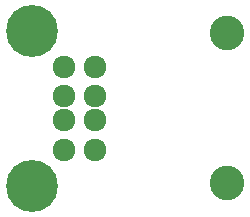
<source format=gbr>
%TF.GenerationSoftware,KiCad,Pcbnew,0.201604071231+6672~43~ubuntu15.10.1-product*%
%TF.CreationDate,2016-04-11T15:25:12+02:00*%
%TF.ProjectId,connector,636F6E6E6563746F722E6B696361645F,rev?*%
%TF.FileFunction,Soldermask,Bot*%
%FSLAX46Y46*%
G04 Gerber Fmt 4.6, Leading zero omitted, Abs format (unit mm)*
G04 Created by KiCad (PCBNEW 0.201604071231+6672~43~ubuntu15.10.1-product) date pon, 11 kwi 2016, 15:25:12*
%MOMM*%
G01*
G04 APERTURE LIST*
%ADD10C,0.100000*%
%ADD11C,1.924000*%
%ADD12C,4.400000*%
%ADD13C,2.940000*%
G04 APERTURE END LIST*
D10*
D11*
X174244000Y-109530000D03*
X174244000Y-116530000D03*
X174244000Y-112030000D03*
X174244000Y-114030000D03*
X171624000Y-109530000D03*
X171624000Y-116530000D03*
X171624000Y-112030000D03*
X171624000Y-114030000D03*
D12*
X168914000Y-106460000D03*
X168914000Y-119600000D03*
D13*
X185420000Y-119380000D03*
X185420000Y-106680000D03*
M02*

</source>
